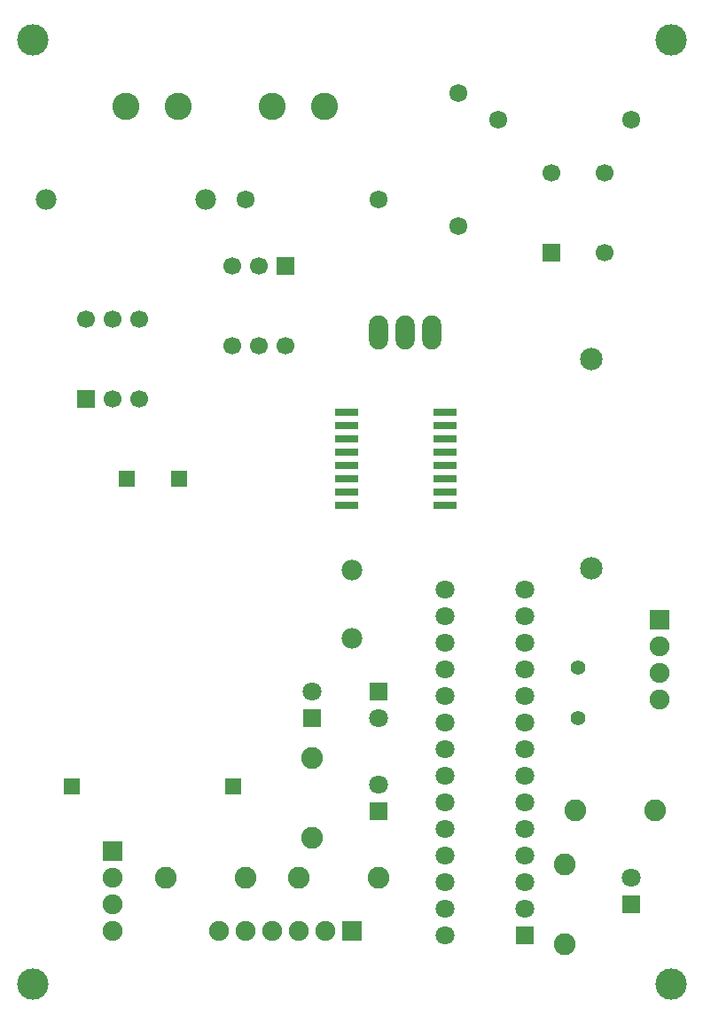
<source format=gbr>
G04 DipTrace 3.3.1.1*
G04 TopMask.gbr*
%MOIN*%
G04 #@! TF.FileFunction,Soldermask,Top*
G04 #@! TF.Part,Single*
%ADD24R,0.066929X0.066929*%
%ADD25C,0.066929*%
%ADD36C,0.11811*%
%ADD49C,0.055874*%
%ADD53O,0.072874X0.127874*%
%ADD55R,0.086614X0.031496*%
%ADD57C,0.081874*%
%ADD59C,0.067874*%
%ADD61C,0.067874*%
%ADD63R,0.05937X0.05937*%
%ADD65C,0.077874*%
%ADD67C,0.074803*%
%ADD68R,0.074803X0.074803*%
%ADD69R,0.070866X0.070866*%
%ADD71C,0.070866*%
%ADD73C,0.084646*%
%ADD75C,0.077874*%
%ADD77C,0.102362*%
%FSLAX26Y26*%
G04*
G70*
G90*
G75*
G01*
G04 TopMask*
%LPD*%
D77*
X800000Y3850000D3*
X996850D3*
X1350000D3*
X1546850D3*
D75*
X1650000Y1850000D3*
Y2105906D3*
D73*
X2550000Y2900000D3*
Y2112598D3*
D71*
X2700000Y950000D3*
D69*
Y850000D3*
D71*
X1500000Y1650000D3*
D69*
Y1550000D3*
D71*
X1750000Y1300000D3*
D69*
Y1200000D3*
D71*
Y1550000D3*
D69*
Y1650000D3*
D68*
X750000Y1050000D3*
D67*
Y950000D3*
Y850000D3*
Y750000D3*
D68*
X2807860Y1919060D3*
D67*
Y1819060D3*
Y1719060D3*
Y1619060D3*
D65*
X500000Y3500000D3*
D75*
X1100000D3*
D63*
X1000000Y2450000D3*
X803150D3*
X1204724Y1292520D3*
X598425D3*
D36*
X450000Y4100000D3*
X2850000D3*
X450000Y550000D3*
X2850000D3*
D68*
X1650000Y750000D3*
D67*
X1550000D3*
X1450000D3*
X1350000D3*
X1250000D3*
X1150000D3*
D61*
X1750000Y3500000D3*
D59*
X1250000D3*
D57*
X2450000Y700000D3*
Y1000000D3*
X1450000Y950000D3*
X1750000D3*
X950000D3*
X1250000D3*
X2489801Y1201699D3*
X2789801D3*
D61*
X2700000Y3800000D3*
D59*
X2200000D3*
D61*
X2050000Y3900000D3*
D59*
Y3400000D3*
D57*
X1500000Y1100000D3*
Y1400000D3*
D55*
X2000000Y2350000D3*
Y2400000D3*
Y2450000D3*
Y2500000D3*
Y2550000D3*
Y2600000D3*
Y2650000D3*
Y2700000D3*
X1629921D3*
Y2650000D3*
Y2600000D3*
Y2550000D3*
Y2500000D3*
Y2450000D3*
Y2400000D3*
Y2350000D3*
D69*
X2301240Y732940D3*
D71*
Y832940D3*
Y932940D3*
Y1032940D3*
Y1132940D3*
Y1232940D3*
Y1332940D3*
Y1432940D3*
Y1532940D3*
Y1632940D3*
Y1732940D3*
Y1832940D3*
Y1932940D3*
Y2032940D3*
X2001240D3*
Y1932940D3*
Y1832940D3*
Y1732940D3*
Y1632940D3*
Y1532940D3*
Y1432940D3*
Y1332940D3*
Y1232940D3*
Y1132940D3*
Y1032940D3*
Y932940D3*
Y832940D3*
Y732940D3*
D53*
X1750000Y3000000D3*
X1850000D3*
X1950000D3*
D24*
X650000Y2750000D3*
D25*
X750000D3*
X850000D3*
Y3050000D3*
X750000D3*
X650000D3*
D24*
X1400000Y3250000D3*
D25*
X1300000D3*
X1200000D3*
Y2950000D3*
X1300000D3*
X1400000D3*
D49*
X2500000Y1550000D3*
Y1740000D3*
D24*
X2400000Y3300000D3*
D25*
X2600000D3*
Y3600000D3*
X2400000D3*
M02*

</source>
